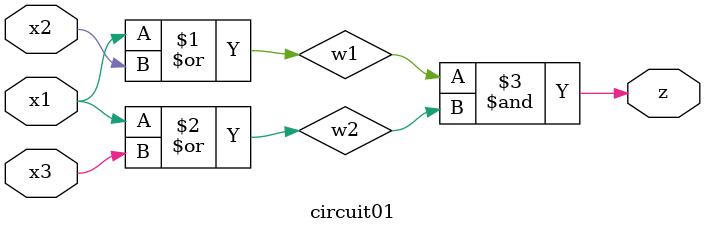
<source format=v>
module circuit01(x1, x2, x3, z);
input x1, x2, x3;
output z;
wire w1, w2;

    or a(w1, x1, x2);
    or b(w2, x1, x3);
    and c(z, w1, w2);

endmodule

</source>
